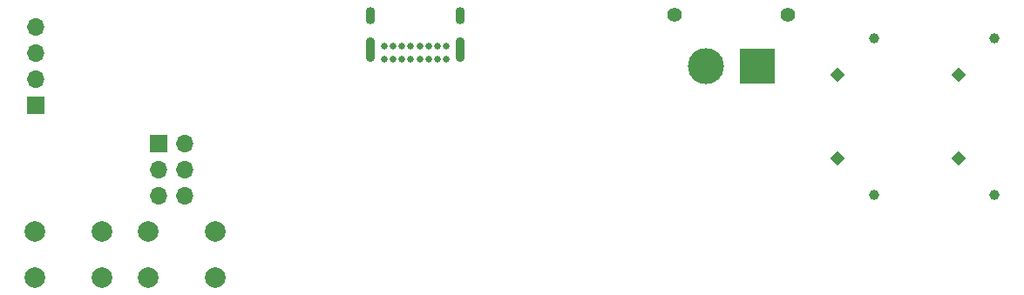
<source format=gbr>
%TF.GenerationSoftware,KiCad,Pcbnew,9.0.6-unknown-202512120022~866d92e1f6~ubuntu24.04.1*%
%TF.CreationDate,2026-01-05T09:17:52+02:00*%
%TF.ProjectId,TalTechHeat,54616c54-6563-4684-9865-61742e6b6963,1.2*%
%TF.SameCoordinates,Original*%
%TF.FileFunction,Soldermask,Bot*%
%TF.FilePolarity,Negative*%
%FSLAX46Y46*%
G04 Gerber Fmt 4.6, Leading zero omitted, Abs format (unit mm)*
G04 Created by KiCad (PCBNEW 9.0.6-unknown-202512120022~866d92e1f6~ubuntu24.04.1) date 2026-01-05 09:17:52*
%MOMM*%
%LPD*%
G01*
G04 APERTURE LIST*
G04 Aperture macros list*
%AMRotRect*
0 Rectangle, with rotation*
0 The origin of the aperture is its center*
0 $1 length*
0 $2 width*
0 $3 Rotation angle, in degrees counterclockwise*
0 Add horizontal line*
21,1,$1,$2,0,0,$3*%
G04 Aperture macros list end*
%ADD10R,1.700000X1.700000*%
%ADD11O,1.700000X1.700000*%
%ADD12RotRect,1.000000X1.000000X45.000000*%
%ADD13C,1.000000*%
%ADD14C,2.000000*%
%ADD15O,0.900000X2.400000*%
%ADD16O,0.900000X1.700000*%
%ADD17C,0.650000*%
%ADD18RotRect,1.000000X1.000000X315.000000*%
%ADD19C,1.400000*%
%ADD20R,3.500000X3.500000*%
%ADD21C,3.500000*%
G04 APERTURE END LIST*
D10*
%TO.C,J1*%
X166010000Y-100195000D03*
D11*
X168550000Y-100195000D03*
X166010000Y-102735000D03*
X168550000Y-102735000D03*
X166010000Y-105275000D03*
X168550000Y-105275000D03*
%TD*%
D12*
%TO.C,C15*%
X243682233Y-93467767D03*
D13*
X247217767Y-89932233D03*
%TD*%
D12*
%TO.C,C16*%
X231982233Y-93467767D03*
D13*
X235517767Y-89932233D03*
%TD*%
D14*
%TO.C,SW2*%
X153950000Y-108700000D03*
X160450000Y-108700000D03*
X153950000Y-113200000D03*
X160450000Y-113200000D03*
%TD*%
%TO.C,SW3*%
X164975000Y-108675000D03*
X171475000Y-108675000D03*
X164975000Y-113175000D03*
X171475000Y-113175000D03*
%TD*%
D15*
%TO.C,U3*%
X195250000Y-91050000D03*
D16*
X195250000Y-87670000D03*
D15*
X186600000Y-91000000D03*
D16*
X186600000Y-87670000D03*
D17*
X193900000Y-91980000D03*
X193050000Y-91980000D03*
X192200000Y-91980000D03*
X191350000Y-91980000D03*
X190500000Y-91980000D03*
X189650000Y-91980000D03*
X188800000Y-91980000D03*
X187950000Y-91980000D03*
X187950000Y-90630000D03*
X188800000Y-90630000D03*
X189650000Y-90630000D03*
X190500000Y-90630000D03*
X191350000Y-90630000D03*
X192200000Y-90630000D03*
X193050000Y-90630000D03*
X193900000Y-90630000D03*
%TD*%
D10*
%TO.C,J2*%
X154075000Y-96470000D03*
D11*
X154075000Y-93930000D03*
X154075000Y-91390000D03*
X154075000Y-88850000D03*
%TD*%
D18*
%TO.C,C17*%
X231982233Y-101632233D03*
D13*
X235517767Y-105167767D03*
%TD*%
D18*
%TO.C,C14*%
X243682233Y-101632233D03*
D13*
X247217767Y-105167767D03*
%TD*%
D19*
%TO.C,J3*%
X227150000Y-87650000D03*
X216150000Y-87650000D03*
D20*
X224150000Y-92650000D03*
D21*
X219150000Y-92650000D03*
%TD*%
M02*

</source>
